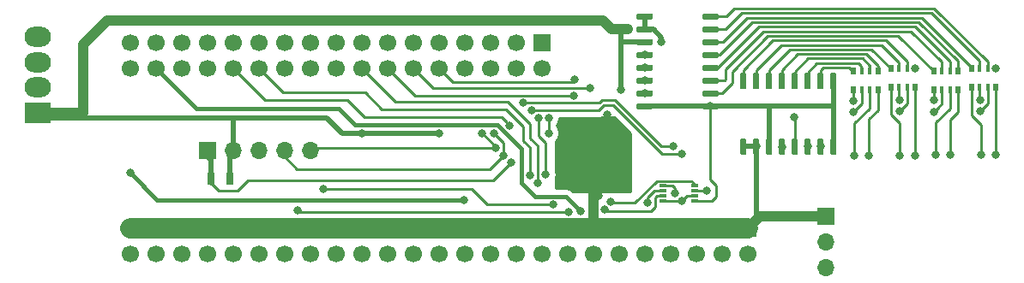
<source format=gbr>
G04 #@! TF.GenerationSoftware,KiCad,Pcbnew,(5.99.0-576-ga860ac506)*
G04 #@! TF.CreationDate,2021-04-05T12:44:30+02:00*
G04 #@! TF.ProjectId,50 pin to 34 pin Floppy Adapter,35302070-696e-4207-946f-203334207069,rev?*
G04 #@! TF.SameCoordinates,Original*
G04 #@! TF.FileFunction,Copper,L2,Bot*
G04 #@! TF.FilePolarity,Positive*
%FSLAX46Y46*%
G04 Gerber Fmt 4.6, Leading zero omitted, Abs format (unit mm)*
G04 Created by KiCad (PCBNEW (5.99.0-576-ga860ac506)) date 2021-04-05 12:44:30*
%MOMM*%
%LPD*%
G04 APERTURE LIST*
%ADD10R,2.600000X2.000000*%
%ADD11O,2.600000X2.000000*%
%ADD12R,0.800000X0.300000*%
%ADD13R,1.700000X1.700000*%
%ADD14C,1.700000*%
%ADD15O,1.700000X1.700000*%
%ADD16R,0.700000X1.300000*%
%ADD17R,0.500000X0.800000*%
%ADD18R,0.400000X0.800000*%
%ADD19C,0.800000*%
%ADD20C,0.250000*%
%ADD21C,0.400000*%
%ADD22C,1.000000*%
%ADD23C,0.500000*%
%ADD24C,2.000000*%
%ADD25C,0.254000*%
G04 APERTURE END LIST*
D10*
X23876000Y-30670500D03*
D11*
X23876000Y-28170500D03*
X23876000Y-25670500D03*
X23876000Y-23170500D03*
D12*
X85635500Y-39421500D03*
X85635500Y-38921500D03*
X85635500Y-38421500D03*
X85635500Y-37921500D03*
X88735500Y-37921500D03*
X88735500Y-38421500D03*
X88735500Y-38921500D03*
X88735500Y-39421500D03*
D13*
X93980000Y-42164000D03*
D14*
X93980000Y-44704000D03*
X91440000Y-42164000D03*
X91440000Y-44704000D03*
X88900000Y-42164000D03*
X88900000Y-44704000D03*
X86360000Y-42164000D03*
X86360000Y-44704000D03*
X83820000Y-42164000D03*
X83820000Y-44704000D03*
X81280000Y-42164000D03*
X81280000Y-44704000D03*
X78740000Y-42164000D03*
X78740000Y-44704000D03*
X76200000Y-42164000D03*
X76200000Y-44704000D03*
X73660000Y-42164000D03*
X73660000Y-44704000D03*
X71120000Y-42164000D03*
X71120000Y-44704000D03*
X68580000Y-42164000D03*
X68580000Y-44704000D03*
X66040000Y-42164000D03*
X66040000Y-44704000D03*
X63500000Y-42164000D03*
X63500000Y-44704000D03*
X60960000Y-42164000D03*
X60960000Y-44704000D03*
X58420000Y-42164000D03*
X58420000Y-44704000D03*
X55880000Y-42164000D03*
X55880000Y-44704000D03*
X53340000Y-42164000D03*
X53340000Y-44704000D03*
X50800000Y-42164000D03*
X50800000Y-44704000D03*
X48260000Y-42164000D03*
X48260000Y-44704000D03*
X45720000Y-42164000D03*
X45720000Y-44704000D03*
X43180000Y-42164000D03*
X43180000Y-44704000D03*
X40640000Y-42164000D03*
X40640000Y-44704000D03*
X38100000Y-42164000D03*
X38100000Y-44704000D03*
X35560000Y-42164000D03*
X35560000Y-44704000D03*
X33020000Y-42164000D03*
X33020000Y-44704000D03*
D13*
X40640000Y-34417000D03*
D15*
X43180000Y-34417000D03*
X45720000Y-34417000D03*
X48260000Y-34417000D03*
X50800000Y-34417000D03*
D16*
X40960000Y-37211000D03*
X42860000Y-37211000D03*
G04 #@! TA.AperFunction,SMDPad,CuDef*
G36*
X84515903Y-29746918D02*
G01*
X84564566Y-29779434D01*
X84597082Y-29828097D01*
X84608500Y-29885500D01*
X84608500Y-30185500D01*
X84597082Y-30242903D01*
X84564566Y-30291566D01*
X84515903Y-30324082D01*
X84458500Y-30335500D01*
X83158500Y-30335500D01*
X83101097Y-30324082D01*
X83052434Y-30291566D01*
X83019918Y-30242903D01*
X83008500Y-30185500D01*
X83008500Y-29885500D01*
X83019918Y-29828097D01*
X83052434Y-29779434D01*
X83101097Y-29746918D01*
X83158500Y-29735500D01*
X84458500Y-29735500D01*
X84515903Y-29746918D01*
G37*
G04 #@! TD.AperFunction*
G04 #@! TA.AperFunction,SMDPad,CuDef*
G36*
X84515903Y-28476918D02*
G01*
X84564566Y-28509434D01*
X84597082Y-28558097D01*
X84608500Y-28615500D01*
X84608500Y-28915500D01*
X84597082Y-28972903D01*
X84564566Y-29021566D01*
X84515903Y-29054082D01*
X84458500Y-29065500D01*
X83158500Y-29065500D01*
X83101097Y-29054082D01*
X83052434Y-29021566D01*
X83019918Y-28972903D01*
X83008500Y-28915500D01*
X83008500Y-28615500D01*
X83019918Y-28558097D01*
X83052434Y-28509434D01*
X83101097Y-28476918D01*
X83158500Y-28465500D01*
X84458500Y-28465500D01*
X84515903Y-28476918D01*
G37*
G04 #@! TD.AperFunction*
G04 #@! TA.AperFunction,SMDPad,CuDef*
G36*
X84515903Y-27206918D02*
G01*
X84564566Y-27239434D01*
X84597082Y-27288097D01*
X84608500Y-27345500D01*
X84608500Y-27645500D01*
X84597082Y-27702903D01*
X84564566Y-27751566D01*
X84515903Y-27784082D01*
X84458500Y-27795500D01*
X83158500Y-27795500D01*
X83101097Y-27784082D01*
X83052434Y-27751566D01*
X83019918Y-27702903D01*
X83008500Y-27645500D01*
X83008500Y-27345500D01*
X83019918Y-27288097D01*
X83052434Y-27239434D01*
X83101097Y-27206918D01*
X83158500Y-27195500D01*
X84458500Y-27195500D01*
X84515903Y-27206918D01*
G37*
G04 #@! TD.AperFunction*
G04 #@! TA.AperFunction,SMDPad,CuDef*
G36*
X84515903Y-25936918D02*
G01*
X84564566Y-25969434D01*
X84597082Y-26018097D01*
X84608500Y-26075500D01*
X84608500Y-26375500D01*
X84597082Y-26432903D01*
X84564566Y-26481566D01*
X84515903Y-26514082D01*
X84458500Y-26525500D01*
X83158500Y-26525500D01*
X83101097Y-26514082D01*
X83052434Y-26481566D01*
X83019918Y-26432903D01*
X83008500Y-26375500D01*
X83008500Y-26075500D01*
X83019918Y-26018097D01*
X83052434Y-25969434D01*
X83101097Y-25936918D01*
X83158500Y-25925500D01*
X84458500Y-25925500D01*
X84515903Y-25936918D01*
G37*
G04 #@! TD.AperFunction*
G04 #@! TA.AperFunction,SMDPad,CuDef*
G36*
X84515903Y-24666918D02*
G01*
X84564566Y-24699434D01*
X84597082Y-24748097D01*
X84608500Y-24805500D01*
X84608500Y-25105500D01*
X84597082Y-25162903D01*
X84564566Y-25211566D01*
X84515903Y-25244082D01*
X84458500Y-25255500D01*
X83158500Y-25255500D01*
X83101097Y-25244082D01*
X83052434Y-25211566D01*
X83019918Y-25162903D01*
X83008500Y-25105500D01*
X83008500Y-24805500D01*
X83019918Y-24748097D01*
X83052434Y-24699434D01*
X83101097Y-24666918D01*
X83158500Y-24655500D01*
X84458500Y-24655500D01*
X84515903Y-24666918D01*
G37*
G04 #@! TD.AperFunction*
G04 #@! TA.AperFunction,SMDPad,CuDef*
G36*
X84515903Y-23396918D02*
G01*
X84564566Y-23429434D01*
X84597082Y-23478097D01*
X84608500Y-23535500D01*
X84608500Y-23835500D01*
X84597082Y-23892903D01*
X84564566Y-23941566D01*
X84515903Y-23974082D01*
X84458500Y-23985500D01*
X83158500Y-23985500D01*
X83101097Y-23974082D01*
X83052434Y-23941566D01*
X83019918Y-23892903D01*
X83008500Y-23835500D01*
X83008500Y-23535500D01*
X83019918Y-23478097D01*
X83052434Y-23429434D01*
X83101097Y-23396918D01*
X83158500Y-23385500D01*
X84458500Y-23385500D01*
X84515903Y-23396918D01*
G37*
G04 #@! TD.AperFunction*
G04 #@! TA.AperFunction,SMDPad,CuDef*
G36*
X84515903Y-22126918D02*
G01*
X84564566Y-22159434D01*
X84597082Y-22208097D01*
X84608500Y-22265500D01*
X84608500Y-22565500D01*
X84597082Y-22622903D01*
X84564566Y-22671566D01*
X84515903Y-22704082D01*
X84458500Y-22715500D01*
X83158500Y-22715500D01*
X83101097Y-22704082D01*
X83052434Y-22671566D01*
X83019918Y-22622903D01*
X83008500Y-22565500D01*
X83008500Y-22265500D01*
X83019918Y-22208097D01*
X83052434Y-22159434D01*
X83101097Y-22126918D01*
X83158500Y-22115500D01*
X84458500Y-22115500D01*
X84515903Y-22126918D01*
G37*
G04 #@! TD.AperFunction*
G04 #@! TA.AperFunction,SMDPad,CuDef*
G36*
X84515903Y-20856918D02*
G01*
X84564566Y-20889434D01*
X84597082Y-20938097D01*
X84608500Y-20995500D01*
X84608500Y-21295500D01*
X84597082Y-21352903D01*
X84564566Y-21401566D01*
X84515903Y-21434082D01*
X84458500Y-21445500D01*
X83158500Y-21445500D01*
X83101097Y-21434082D01*
X83052434Y-21401566D01*
X83019918Y-21352903D01*
X83008500Y-21295500D01*
X83008500Y-20995500D01*
X83019918Y-20938097D01*
X83052434Y-20889434D01*
X83101097Y-20856918D01*
X83158500Y-20845500D01*
X84458500Y-20845500D01*
X84515903Y-20856918D01*
G37*
G04 #@! TD.AperFunction*
G04 #@! TA.AperFunction,SMDPad,CuDef*
G36*
X91015903Y-20856918D02*
G01*
X91064566Y-20889434D01*
X91097082Y-20938097D01*
X91108500Y-20995500D01*
X91108500Y-21295500D01*
X91097082Y-21352903D01*
X91064566Y-21401566D01*
X91015903Y-21434082D01*
X90958500Y-21445500D01*
X89658500Y-21445500D01*
X89601097Y-21434082D01*
X89552434Y-21401566D01*
X89519918Y-21352903D01*
X89508500Y-21295500D01*
X89508500Y-20995500D01*
X89519918Y-20938097D01*
X89552434Y-20889434D01*
X89601097Y-20856918D01*
X89658500Y-20845500D01*
X90958500Y-20845500D01*
X91015903Y-20856918D01*
G37*
G04 #@! TD.AperFunction*
G04 #@! TA.AperFunction,SMDPad,CuDef*
G36*
X91015903Y-22126918D02*
G01*
X91064566Y-22159434D01*
X91097082Y-22208097D01*
X91108500Y-22265500D01*
X91108500Y-22565500D01*
X91097082Y-22622903D01*
X91064566Y-22671566D01*
X91015903Y-22704082D01*
X90958500Y-22715500D01*
X89658500Y-22715500D01*
X89601097Y-22704082D01*
X89552434Y-22671566D01*
X89519918Y-22622903D01*
X89508500Y-22565500D01*
X89508500Y-22265500D01*
X89519918Y-22208097D01*
X89552434Y-22159434D01*
X89601097Y-22126918D01*
X89658500Y-22115500D01*
X90958500Y-22115500D01*
X91015903Y-22126918D01*
G37*
G04 #@! TD.AperFunction*
G04 #@! TA.AperFunction,SMDPad,CuDef*
G36*
X91015903Y-23396918D02*
G01*
X91064566Y-23429434D01*
X91097082Y-23478097D01*
X91108500Y-23535500D01*
X91108500Y-23835500D01*
X91097082Y-23892903D01*
X91064566Y-23941566D01*
X91015903Y-23974082D01*
X90958500Y-23985500D01*
X89658500Y-23985500D01*
X89601097Y-23974082D01*
X89552434Y-23941566D01*
X89519918Y-23892903D01*
X89508500Y-23835500D01*
X89508500Y-23535500D01*
X89519918Y-23478097D01*
X89552434Y-23429434D01*
X89601097Y-23396918D01*
X89658500Y-23385500D01*
X90958500Y-23385500D01*
X91015903Y-23396918D01*
G37*
G04 #@! TD.AperFunction*
G04 #@! TA.AperFunction,SMDPad,CuDef*
G36*
X91015903Y-24666918D02*
G01*
X91064566Y-24699434D01*
X91097082Y-24748097D01*
X91108500Y-24805500D01*
X91108500Y-25105500D01*
X91097082Y-25162903D01*
X91064566Y-25211566D01*
X91015903Y-25244082D01*
X90958500Y-25255500D01*
X89658500Y-25255500D01*
X89601097Y-25244082D01*
X89552434Y-25211566D01*
X89519918Y-25162903D01*
X89508500Y-25105500D01*
X89508500Y-24805500D01*
X89519918Y-24748097D01*
X89552434Y-24699434D01*
X89601097Y-24666918D01*
X89658500Y-24655500D01*
X90958500Y-24655500D01*
X91015903Y-24666918D01*
G37*
G04 #@! TD.AperFunction*
G04 #@! TA.AperFunction,SMDPad,CuDef*
G36*
X91015903Y-25936918D02*
G01*
X91064566Y-25969434D01*
X91097082Y-26018097D01*
X91108500Y-26075500D01*
X91108500Y-26375500D01*
X91097082Y-26432903D01*
X91064566Y-26481566D01*
X91015903Y-26514082D01*
X90958500Y-26525500D01*
X89658500Y-26525500D01*
X89601097Y-26514082D01*
X89552434Y-26481566D01*
X89519918Y-26432903D01*
X89508500Y-26375500D01*
X89508500Y-26075500D01*
X89519918Y-26018097D01*
X89552434Y-25969434D01*
X89601097Y-25936918D01*
X89658500Y-25925500D01*
X90958500Y-25925500D01*
X91015903Y-25936918D01*
G37*
G04 #@! TD.AperFunction*
G04 #@! TA.AperFunction,SMDPad,CuDef*
G36*
X91015903Y-27206918D02*
G01*
X91064566Y-27239434D01*
X91097082Y-27288097D01*
X91108500Y-27345500D01*
X91108500Y-27645500D01*
X91097082Y-27702903D01*
X91064566Y-27751566D01*
X91015903Y-27784082D01*
X90958500Y-27795500D01*
X89658500Y-27795500D01*
X89601097Y-27784082D01*
X89552434Y-27751566D01*
X89519918Y-27702903D01*
X89508500Y-27645500D01*
X89508500Y-27345500D01*
X89519918Y-27288097D01*
X89552434Y-27239434D01*
X89601097Y-27206918D01*
X89658500Y-27195500D01*
X90958500Y-27195500D01*
X91015903Y-27206918D01*
G37*
G04 #@! TD.AperFunction*
G04 #@! TA.AperFunction,SMDPad,CuDef*
G36*
X91015903Y-28476918D02*
G01*
X91064566Y-28509434D01*
X91097082Y-28558097D01*
X91108500Y-28615500D01*
X91108500Y-28915500D01*
X91097082Y-28972903D01*
X91064566Y-29021566D01*
X91015903Y-29054082D01*
X90958500Y-29065500D01*
X89658500Y-29065500D01*
X89601097Y-29054082D01*
X89552434Y-29021566D01*
X89519918Y-28972903D01*
X89508500Y-28915500D01*
X89508500Y-28615500D01*
X89519918Y-28558097D01*
X89552434Y-28509434D01*
X89601097Y-28476918D01*
X89658500Y-28465500D01*
X90958500Y-28465500D01*
X91015903Y-28476918D01*
G37*
G04 #@! TD.AperFunction*
G04 #@! TA.AperFunction,SMDPad,CuDef*
G36*
X91015903Y-29746918D02*
G01*
X91064566Y-29779434D01*
X91097082Y-29828097D01*
X91108500Y-29885500D01*
X91108500Y-30185500D01*
X91097082Y-30242903D01*
X91064566Y-30291566D01*
X91015903Y-30324082D01*
X90958500Y-30335500D01*
X89658500Y-30335500D01*
X89601097Y-30324082D01*
X89552434Y-30291566D01*
X89519918Y-30242903D01*
X89508500Y-30185500D01*
X89508500Y-29885500D01*
X89519918Y-29828097D01*
X89552434Y-29779434D01*
X89601097Y-29746918D01*
X89658500Y-29735500D01*
X90958500Y-29735500D01*
X91015903Y-29746918D01*
G37*
G04 #@! TD.AperFunction*
D17*
X112338000Y-26595500D03*
D18*
X113938000Y-26595500D03*
X113138000Y-26595500D03*
D17*
X114738000Y-26595500D03*
D18*
X113138000Y-28395500D03*
D17*
X112338000Y-28395500D03*
D18*
X113938000Y-28395500D03*
D17*
X114738000Y-28395500D03*
X116084500Y-26341500D03*
D18*
X117684500Y-26341500D03*
X116884500Y-26341500D03*
D17*
X118484500Y-26341500D03*
D18*
X116884500Y-28141500D03*
D17*
X116084500Y-28141500D03*
D18*
X117684500Y-28141500D03*
D17*
X118484500Y-28141500D03*
G04 #@! TA.AperFunction,SMDPad,CuDef*
G36*
X102632903Y-26758918D02*
G01*
X102681566Y-26791434D01*
X102714082Y-26840097D01*
X102725500Y-26897500D01*
X102725500Y-28197500D01*
X102714082Y-28254903D01*
X102681566Y-28303566D01*
X102632903Y-28336082D01*
X102575500Y-28347500D01*
X102275500Y-28347500D01*
X102218097Y-28336082D01*
X102169434Y-28303566D01*
X102136918Y-28254903D01*
X102125500Y-28197500D01*
X102125500Y-26897500D01*
X102136918Y-26840097D01*
X102169434Y-26791434D01*
X102218097Y-26758918D01*
X102275500Y-26747500D01*
X102575500Y-26747500D01*
X102632903Y-26758918D01*
G37*
G04 #@! TD.AperFunction*
G04 #@! TA.AperFunction,SMDPad,CuDef*
G36*
X101362903Y-26758918D02*
G01*
X101411566Y-26791434D01*
X101444082Y-26840097D01*
X101455500Y-26897500D01*
X101455500Y-28197500D01*
X101444082Y-28254903D01*
X101411566Y-28303566D01*
X101362903Y-28336082D01*
X101305500Y-28347500D01*
X101005500Y-28347500D01*
X100948097Y-28336082D01*
X100899434Y-28303566D01*
X100866918Y-28254903D01*
X100855500Y-28197500D01*
X100855500Y-26897500D01*
X100866918Y-26840097D01*
X100899434Y-26791434D01*
X100948097Y-26758918D01*
X101005500Y-26747500D01*
X101305500Y-26747500D01*
X101362903Y-26758918D01*
G37*
G04 #@! TD.AperFunction*
G04 #@! TA.AperFunction,SMDPad,CuDef*
G36*
X100092903Y-26758918D02*
G01*
X100141566Y-26791434D01*
X100174082Y-26840097D01*
X100185500Y-26897500D01*
X100185500Y-28197500D01*
X100174082Y-28254903D01*
X100141566Y-28303566D01*
X100092903Y-28336082D01*
X100035500Y-28347500D01*
X99735500Y-28347500D01*
X99678097Y-28336082D01*
X99629434Y-28303566D01*
X99596918Y-28254903D01*
X99585500Y-28197500D01*
X99585500Y-26897500D01*
X99596918Y-26840097D01*
X99629434Y-26791434D01*
X99678097Y-26758918D01*
X99735500Y-26747500D01*
X100035500Y-26747500D01*
X100092903Y-26758918D01*
G37*
G04 #@! TD.AperFunction*
G04 #@! TA.AperFunction,SMDPad,CuDef*
G36*
X98822903Y-26758918D02*
G01*
X98871566Y-26791434D01*
X98904082Y-26840097D01*
X98915500Y-26897500D01*
X98915500Y-28197500D01*
X98904082Y-28254903D01*
X98871566Y-28303566D01*
X98822903Y-28336082D01*
X98765500Y-28347500D01*
X98465500Y-28347500D01*
X98408097Y-28336082D01*
X98359434Y-28303566D01*
X98326918Y-28254903D01*
X98315500Y-28197500D01*
X98315500Y-26897500D01*
X98326918Y-26840097D01*
X98359434Y-26791434D01*
X98408097Y-26758918D01*
X98465500Y-26747500D01*
X98765500Y-26747500D01*
X98822903Y-26758918D01*
G37*
G04 #@! TD.AperFunction*
G04 #@! TA.AperFunction,SMDPad,CuDef*
G36*
X97552903Y-26758918D02*
G01*
X97601566Y-26791434D01*
X97634082Y-26840097D01*
X97645500Y-26897500D01*
X97645500Y-28197500D01*
X97634082Y-28254903D01*
X97601566Y-28303566D01*
X97552903Y-28336082D01*
X97495500Y-28347500D01*
X97195500Y-28347500D01*
X97138097Y-28336082D01*
X97089434Y-28303566D01*
X97056918Y-28254903D01*
X97045500Y-28197500D01*
X97045500Y-26897500D01*
X97056918Y-26840097D01*
X97089434Y-26791434D01*
X97138097Y-26758918D01*
X97195500Y-26747500D01*
X97495500Y-26747500D01*
X97552903Y-26758918D01*
G37*
G04 #@! TD.AperFunction*
G04 #@! TA.AperFunction,SMDPad,CuDef*
G36*
X96282903Y-26758918D02*
G01*
X96331566Y-26791434D01*
X96364082Y-26840097D01*
X96375500Y-26897500D01*
X96375500Y-28197500D01*
X96364082Y-28254903D01*
X96331566Y-28303566D01*
X96282903Y-28336082D01*
X96225500Y-28347500D01*
X95925500Y-28347500D01*
X95868097Y-28336082D01*
X95819434Y-28303566D01*
X95786918Y-28254903D01*
X95775500Y-28197500D01*
X95775500Y-26897500D01*
X95786918Y-26840097D01*
X95819434Y-26791434D01*
X95868097Y-26758918D01*
X95925500Y-26747500D01*
X96225500Y-26747500D01*
X96282903Y-26758918D01*
G37*
G04 #@! TD.AperFunction*
G04 #@! TA.AperFunction,SMDPad,CuDef*
G36*
X95012903Y-26758918D02*
G01*
X95061566Y-26791434D01*
X95094082Y-26840097D01*
X95105500Y-26897500D01*
X95105500Y-28197500D01*
X95094082Y-28254903D01*
X95061566Y-28303566D01*
X95012903Y-28336082D01*
X94955500Y-28347500D01*
X94655500Y-28347500D01*
X94598097Y-28336082D01*
X94549434Y-28303566D01*
X94516918Y-28254903D01*
X94505500Y-28197500D01*
X94505500Y-26897500D01*
X94516918Y-26840097D01*
X94549434Y-26791434D01*
X94598097Y-26758918D01*
X94655500Y-26747500D01*
X94955500Y-26747500D01*
X95012903Y-26758918D01*
G37*
G04 #@! TD.AperFunction*
G04 #@! TA.AperFunction,SMDPad,CuDef*
G36*
X93742903Y-26758918D02*
G01*
X93791566Y-26791434D01*
X93824082Y-26840097D01*
X93835500Y-26897500D01*
X93835500Y-28197500D01*
X93824082Y-28254903D01*
X93791566Y-28303566D01*
X93742903Y-28336082D01*
X93685500Y-28347500D01*
X93385500Y-28347500D01*
X93328097Y-28336082D01*
X93279434Y-28303566D01*
X93246918Y-28254903D01*
X93235500Y-28197500D01*
X93235500Y-26897500D01*
X93246918Y-26840097D01*
X93279434Y-26791434D01*
X93328097Y-26758918D01*
X93385500Y-26747500D01*
X93685500Y-26747500D01*
X93742903Y-26758918D01*
G37*
G04 #@! TD.AperFunction*
G04 #@! TA.AperFunction,SMDPad,CuDef*
G36*
X93742903Y-33258918D02*
G01*
X93791566Y-33291434D01*
X93824082Y-33340097D01*
X93835500Y-33397500D01*
X93835500Y-34697500D01*
X93824082Y-34754903D01*
X93791566Y-34803566D01*
X93742903Y-34836082D01*
X93685500Y-34847500D01*
X93385500Y-34847500D01*
X93328097Y-34836082D01*
X93279434Y-34803566D01*
X93246918Y-34754903D01*
X93235500Y-34697500D01*
X93235500Y-33397500D01*
X93246918Y-33340097D01*
X93279434Y-33291434D01*
X93328097Y-33258918D01*
X93385500Y-33247500D01*
X93685500Y-33247500D01*
X93742903Y-33258918D01*
G37*
G04 #@! TD.AperFunction*
G04 #@! TA.AperFunction,SMDPad,CuDef*
G36*
X95012903Y-33258918D02*
G01*
X95061566Y-33291434D01*
X95094082Y-33340097D01*
X95105500Y-33397500D01*
X95105500Y-34697500D01*
X95094082Y-34754903D01*
X95061566Y-34803566D01*
X95012903Y-34836082D01*
X94955500Y-34847500D01*
X94655500Y-34847500D01*
X94598097Y-34836082D01*
X94549434Y-34803566D01*
X94516918Y-34754903D01*
X94505500Y-34697500D01*
X94505500Y-33397500D01*
X94516918Y-33340097D01*
X94549434Y-33291434D01*
X94598097Y-33258918D01*
X94655500Y-33247500D01*
X94955500Y-33247500D01*
X95012903Y-33258918D01*
G37*
G04 #@! TD.AperFunction*
G04 #@! TA.AperFunction,SMDPad,CuDef*
G36*
X96282903Y-33258918D02*
G01*
X96331566Y-33291434D01*
X96364082Y-33340097D01*
X96375500Y-33397500D01*
X96375500Y-34697500D01*
X96364082Y-34754903D01*
X96331566Y-34803566D01*
X96282903Y-34836082D01*
X96225500Y-34847500D01*
X95925500Y-34847500D01*
X95868097Y-34836082D01*
X95819434Y-34803566D01*
X95786918Y-34754903D01*
X95775500Y-34697500D01*
X95775500Y-33397500D01*
X95786918Y-33340097D01*
X95819434Y-33291434D01*
X95868097Y-33258918D01*
X95925500Y-33247500D01*
X96225500Y-33247500D01*
X96282903Y-33258918D01*
G37*
G04 #@! TD.AperFunction*
G04 #@! TA.AperFunction,SMDPad,CuDef*
G36*
X97552903Y-33258918D02*
G01*
X97601566Y-33291434D01*
X97634082Y-33340097D01*
X97645500Y-33397500D01*
X97645500Y-34697500D01*
X97634082Y-34754903D01*
X97601566Y-34803566D01*
X97552903Y-34836082D01*
X97495500Y-34847500D01*
X97195500Y-34847500D01*
X97138097Y-34836082D01*
X97089434Y-34803566D01*
X97056918Y-34754903D01*
X97045500Y-34697500D01*
X97045500Y-33397500D01*
X97056918Y-33340097D01*
X97089434Y-33291434D01*
X97138097Y-33258918D01*
X97195500Y-33247500D01*
X97495500Y-33247500D01*
X97552903Y-33258918D01*
G37*
G04 #@! TD.AperFunction*
G04 #@! TA.AperFunction,SMDPad,CuDef*
G36*
X98822903Y-33258918D02*
G01*
X98871566Y-33291434D01*
X98904082Y-33340097D01*
X98915500Y-33397500D01*
X98915500Y-34697500D01*
X98904082Y-34754903D01*
X98871566Y-34803566D01*
X98822903Y-34836082D01*
X98765500Y-34847500D01*
X98465500Y-34847500D01*
X98408097Y-34836082D01*
X98359434Y-34803566D01*
X98326918Y-34754903D01*
X98315500Y-34697500D01*
X98315500Y-33397500D01*
X98326918Y-33340097D01*
X98359434Y-33291434D01*
X98408097Y-33258918D01*
X98465500Y-33247500D01*
X98765500Y-33247500D01*
X98822903Y-33258918D01*
G37*
G04 #@! TD.AperFunction*
G04 #@! TA.AperFunction,SMDPad,CuDef*
G36*
X100092903Y-33258918D02*
G01*
X100141566Y-33291434D01*
X100174082Y-33340097D01*
X100185500Y-33397500D01*
X100185500Y-34697500D01*
X100174082Y-34754903D01*
X100141566Y-34803566D01*
X100092903Y-34836082D01*
X100035500Y-34847500D01*
X99735500Y-34847500D01*
X99678097Y-34836082D01*
X99629434Y-34803566D01*
X99596918Y-34754903D01*
X99585500Y-34697500D01*
X99585500Y-33397500D01*
X99596918Y-33340097D01*
X99629434Y-33291434D01*
X99678097Y-33258918D01*
X99735500Y-33247500D01*
X100035500Y-33247500D01*
X100092903Y-33258918D01*
G37*
G04 #@! TD.AperFunction*
G04 #@! TA.AperFunction,SMDPad,CuDef*
G36*
X101362903Y-33258918D02*
G01*
X101411566Y-33291434D01*
X101444082Y-33340097D01*
X101455500Y-33397500D01*
X101455500Y-34697500D01*
X101444082Y-34754903D01*
X101411566Y-34803566D01*
X101362903Y-34836082D01*
X101305500Y-34847500D01*
X101005500Y-34847500D01*
X100948097Y-34836082D01*
X100899434Y-34803566D01*
X100866918Y-34754903D01*
X100855500Y-34697500D01*
X100855500Y-33397500D01*
X100866918Y-33340097D01*
X100899434Y-33291434D01*
X100948097Y-33258918D01*
X101005500Y-33247500D01*
X101305500Y-33247500D01*
X101362903Y-33258918D01*
G37*
G04 #@! TD.AperFunction*
G04 #@! TA.AperFunction,SMDPad,CuDef*
G36*
X102632903Y-33258918D02*
G01*
X102681566Y-33291434D01*
X102714082Y-33340097D01*
X102725500Y-33397500D01*
X102725500Y-34697500D01*
X102714082Y-34754903D01*
X102681566Y-34803566D01*
X102632903Y-34836082D01*
X102575500Y-34847500D01*
X102275500Y-34847500D01*
X102218097Y-34836082D01*
X102169434Y-34803566D01*
X102136918Y-34754903D01*
X102125500Y-34697500D01*
X102125500Y-33397500D01*
X102136918Y-33340097D01*
X102169434Y-33291434D01*
X102218097Y-33258918D01*
X102275500Y-33247500D01*
X102575500Y-33247500D01*
X102632903Y-33258918D01*
G37*
G04 #@! TD.AperFunction*
X106825500Y-28395500D03*
D18*
X106025500Y-28395500D03*
D17*
X104425500Y-28395500D03*
D18*
X105225500Y-28395500D03*
D17*
X106825500Y-26595500D03*
D18*
X105225500Y-26595500D03*
X106025500Y-26595500D03*
D17*
X104425500Y-26595500D03*
X108134000Y-26341500D03*
D18*
X109734000Y-26341500D03*
X108934000Y-26341500D03*
D17*
X110534000Y-26341500D03*
D18*
X108934000Y-28141500D03*
D17*
X108134000Y-28141500D03*
D18*
X109734000Y-28141500D03*
D17*
X110534000Y-28141500D03*
D14*
X33020000Y-26290000D03*
X33020000Y-23750000D03*
X35560000Y-26290000D03*
X35560000Y-23750000D03*
X38100000Y-26290000D03*
X38100000Y-23750000D03*
X40640000Y-26290000D03*
X40640000Y-23750000D03*
X43180000Y-26290000D03*
X43180000Y-23750000D03*
X45720000Y-26290000D03*
X45720000Y-23750000D03*
X48260000Y-26290000D03*
X48260000Y-23750000D03*
X50800000Y-26290000D03*
X50800000Y-23750000D03*
X53340000Y-26290000D03*
X53340000Y-23750000D03*
X55880000Y-26290000D03*
X55880000Y-23750000D03*
X58420000Y-26290000D03*
X58420000Y-23750000D03*
X60960000Y-26290000D03*
X60960000Y-23750000D03*
X63500000Y-26290000D03*
X63500000Y-23750000D03*
X66040000Y-26290000D03*
X66040000Y-23750000D03*
X68580000Y-26290000D03*
X68580000Y-23750000D03*
X71120000Y-26290000D03*
X71120000Y-23750000D03*
X73660000Y-26290000D03*
D13*
X73660000Y-23750000D03*
D15*
X101663500Y-46037500D03*
X101663500Y-43497500D03*
D13*
X101663500Y-40957500D03*
D19*
X87506346Y-39430154D03*
X74358500Y-31205010D03*
X73351870Y-31205010D03*
X72626860Y-30480000D03*
X101155500Y-34036000D03*
X99885500Y-34036000D03*
X70485000Y-31940500D03*
X65976500Y-39306500D03*
X74803000Y-39787990D03*
X116903500Y-30543500D03*
X116903500Y-29400500D03*
X112331500Y-30607000D03*
X112337986Y-29464000D03*
X108966000Y-29427590D03*
X108966000Y-30543500D03*
X104425500Y-30607000D03*
X104425462Y-29527500D03*
X74041000Y-36799750D03*
X69088000Y-34189510D03*
X70612000Y-35623500D03*
X69850000Y-34925000D03*
X74358500Y-32702500D03*
X71818500Y-29718000D03*
X73215500Y-37655500D03*
X72453500Y-36893500D03*
X68897500Y-32702500D03*
X67754500Y-32702500D03*
X89916000Y-38417500D03*
X49530000Y-40360510D03*
X76769755Y-28982500D03*
X63500000Y-32702500D03*
X55880000Y-32702500D03*
X76898500Y-27432000D03*
X78422500Y-28257500D03*
X81474998Y-28443177D03*
X90297000Y-30035500D03*
X98597376Y-31135510D03*
X52070000Y-38200490D03*
X79284990Y-38940149D03*
X87439500Y-34798000D03*
X86614000Y-34036000D03*
X84103709Y-39623680D03*
X86781345Y-38685335D03*
X80454500Y-39497000D03*
X79863431Y-40303636D03*
X76263500Y-40513000D03*
X80518000Y-22415500D03*
X80091760Y-30897405D03*
X118484502Y-26278000D03*
X110534002Y-26341500D03*
X104514500Y-34952000D03*
X105975000Y-34952000D03*
X109023000Y-34952000D03*
X110483500Y-34952000D03*
X113976000Y-34888500D03*
X112579000Y-34888500D03*
X117024000Y-34888500D03*
X118484500Y-34888500D03*
X83820000Y-28765500D03*
X83820000Y-27495500D03*
X83820000Y-26225500D03*
X83820000Y-24955500D03*
X97345500Y-34099500D03*
X82105500Y-22415500D03*
X94805500Y-34036000D03*
X77470000Y-40449500D03*
X85471000Y-23685500D03*
X33020000Y-36639500D03*
D20*
X85635500Y-39421500D02*
X87497692Y-39421500D01*
X87497692Y-39421500D02*
X87506346Y-39430154D01*
X88735500Y-38921500D02*
X88015000Y-38921500D01*
X87906345Y-39030155D02*
X87506346Y-39430154D01*
X88015000Y-38921500D02*
X87906345Y-39030155D01*
X87439500Y-34798000D02*
X85531680Y-34798000D01*
X73192545Y-30480000D02*
X72626860Y-30480000D01*
X74358500Y-32702500D02*
X74358500Y-31205010D01*
X73351870Y-32965870D02*
X73351870Y-31770695D01*
X74041000Y-36799750D02*
X74041000Y-33655000D01*
X79756000Y-29972000D02*
X79248000Y-30480000D01*
X73351870Y-31770695D02*
X73351870Y-31205010D01*
X85531680Y-34798000D02*
X80705680Y-29972000D01*
X74041000Y-33655000D02*
X73351870Y-32965870D01*
X80705680Y-29972000D02*
X79756000Y-29972000D01*
X79248000Y-30480000D02*
X73192545Y-30480000D01*
X101155500Y-34047500D02*
X101155500Y-34036000D01*
X99885500Y-34047500D02*
X99885500Y-34036000D01*
X84391500Y-40449500D02*
X80009295Y-40449500D01*
X84828710Y-40012290D02*
X84391500Y-40449500D01*
X85635500Y-38921500D02*
X85000498Y-38921500D01*
X84828710Y-39093288D02*
X84828710Y-40012290D01*
X85000498Y-38921500D02*
X84828710Y-39093288D01*
X80009295Y-40449500D02*
X79863431Y-40303636D01*
X43180000Y-26290000D02*
X46354000Y-29464000D01*
X46354000Y-29464000D02*
X54483000Y-29464000D01*
X69708661Y-31164161D02*
X70085001Y-31540501D01*
X70085001Y-31540501D02*
X70485000Y-31940500D01*
X56183161Y-31164161D02*
X69708661Y-31164161D01*
X54483000Y-29464000D02*
X56183161Y-31164161D01*
D21*
X35687000Y-39306500D02*
X65410815Y-39306500D01*
X33020000Y-36639500D02*
X35687000Y-39306500D01*
X65410815Y-39306500D02*
X65976500Y-39306500D01*
D20*
X66711990Y-38200490D02*
X68299490Y-39787990D01*
X52070000Y-38200490D02*
X66711990Y-38200490D01*
X68299490Y-39787990D02*
X74237315Y-39787990D01*
D21*
X39560500Y-30289500D02*
X53594000Y-30289500D01*
X71628000Y-34226500D02*
X71628000Y-37655500D01*
X35560000Y-26289000D02*
X39560500Y-30289500D01*
X53594000Y-30289500D02*
X55181500Y-31877000D01*
X76008488Y-38987988D02*
X77070001Y-40049501D01*
X71628000Y-37655500D02*
X72960488Y-38987988D01*
X77070001Y-40049501D02*
X77470000Y-40449500D01*
D20*
X74237315Y-39787990D02*
X74803000Y-39787990D01*
D21*
X55181500Y-31877000D02*
X69278500Y-31877000D01*
X69278500Y-31877000D02*
X71628000Y-34226500D01*
X72960488Y-38987988D02*
X76008488Y-38987988D01*
D20*
X76263500Y-40513000D02*
X49682490Y-40513000D01*
X49682490Y-40513000D02*
X49530000Y-40360510D01*
X70104000Y-30353000D02*
X71818500Y-32067500D01*
X72453500Y-36327815D02*
X72453500Y-36893500D01*
X57848500Y-30353000D02*
X70104000Y-30353000D01*
X45720000Y-26290000D02*
X48132000Y-28702000D01*
X56197500Y-28702000D02*
X57848500Y-30353000D01*
X48132000Y-28702000D02*
X56197500Y-28702000D01*
X71818500Y-32067500D02*
X71818500Y-33464500D01*
X71818500Y-33464500D02*
X72453500Y-34099500D01*
X72453500Y-34099500D02*
X72453500Y-36327815D01*
X72517000Y-33210500D02*
X73215500Y-33909000D01*
X72517000Y-31813500D02*
X72517000Y-33210500D01*
X70294500Y-29591000D02*
X72517000Y-31813500D01*
X55880000Y-26290000D02*
X59181000Y-29591000D01*
X59181000Y-29591000D02*
X70294500Y-29591000D01*
X73215500Y-33909000D02*
X73215500Y-37089815D01*
X73215500Y-37089815D02*
X73215500Y-37655500D01*
D22*
X28384500Y-30734000D02*
X28384500Y-23939500D01*
X23876000Y-30734000D02*
X28384500Y-30734000D01*
X28384500Y-23939500D02*
X30734000Y-21590000D01*
X30734000Y-21590000D02*
X79692500Y-21590000D01*
X79692500Y-21590000D02*
X80518000Y-22415500D01*
D20*
X116084500Y-30931000D02*
X117024000Y-31870500D01*
X116084500Y-28141500D02*
X116084500Y-30931000D01*
X117024000Y-31870500D02*
X117024000Y-34888500D01*
X117684500Y-29762500D02*
X116903500Y-30543500D01*
X117684500Y-28141500D02*
X117684500Y-29762500D01*
X116884500Y-28141500D02*
X116884500Y-29381500D01*
X116884500Y-29381500D02*
X116903500Y-29400500D01*
X108134000Y-30854500D02*
X109023000Y-31743500D01*
X108134000Y-28141500D02*
X108134000Y-30854500D01*
X109023000Y-31743500D02*
X109023000Y-34952000D01*
X114738000Y-30613500D02*
X113976000Y-31375500D01*
X114738000Y-28395500D02*
X114738000Y-30613500D01*
X113976000Y-31375500D02*
X113976000Y-34888500D01*
X112579000Y-31629500D02*
X113938000Y-30270500D01*
X113938000Y-30270500D02*
X113938000Y-29737000D01*
X112579000Y-34888500D02*
X112579000Y-31629500D01*
X113938000Y-29737000D02*
X113938000Y-28395500D01*
X113138000Y-29800500D02*
X112776000Y-30162500D01*
X113138000Y-28395500D02*
X113138000Y-29800500D01*
X112776000Y-30162500D02*
X112331500Y-30607000D01*
X112338000Y-28395500D02*
X112338000Y-29463986D01*
X112338000Y-29463986D02*
X112337986Y-29464000D01*
X108934000Y-28141500D02*
X108934000Y-29395590D01*
X108934000Y-29395590D02*
X108966000Y-29427590D01*
X109734000Y-29775500D02*
X108966000Y-30543500D01*
X109734000Y-28141500D02*
X109734000Y-29775500D01*
X106825500Y-30461500D02*
X105975000Y-31312000D01*
X106825500Y-28395500D02*
X106825500Y-30461500D01*
X105975000Y-31312000D02*
X105975000Y-34952000D01*
X106025500Y-30245500D02*
X104514500Y-31756500D01*
X106025500Y-28395500D02*
X106025500Y-30245500D01*
X104514500Y-31756500D02*
X104514500Y-34952000D01*
X105225500Y-29807000D02*
X104425500Y-30607000D01*
X105225500Y-28395500D02*
X105225500Y-29807000D01*
X104425500Y-28395500D02*
X104425500Y-29527462D01*
X104425500Y-29527462D02*
X104425462Y-29527500D01*
X118484500Y-28141500D02*
X118484500Y-31178703D01*
X118484500Y-31178703D02*
X118484500Y-31328703D01*
X110534000Y-28141500D02*
X110534000Y-34901500D01*
X110534000Y-34901500D02*
X110483500Y-34952000D01*
X67754500Y-32702500D02*
X69088000Y-34036000D01*
X68522315Y-34189510D02*
X69088000Y-34189510D01*
X51090990Y-34189510D02*
X68522315Y-34189510D01*
X50800000Y-34480500D02*
X51090990Y-34189510D01*
X69088000Y-34036000D02*
X69088000Y-34189510D01*
X44640500Y-37401500D02*
X68834000Y-37401500D01*
X43614012Y-38427988D02*
X44640500Y-37401500D01*
X68834000Y-37401500D02*
X70212001Y-36023499D01*
X70212001Y-36023499D02*
X70612000Y-35623500D01*
X41729988Y-38427988D02*
X43614012Y-38427988D01*
X40957500Y-37655500D02*
X41729988Y-38427988D01*
X48260000Y-35052000D02*
X49466500Y-36258500D01*
X69850000Y-33655000D02*
X69850000Y-34925000D01*
X68516500Y-36258500D02*
X69450001Y-35324999D01*
X69450001Y-35324999D02*
X69850000Y-34925000D01*
X49466500Y-36258500D02*
X68516500Y-36258500D01*
X68897500Y-32702500D02*
X69850000Y-33655000D01*
X80834090Y-29464000D02*
X79565500Y-29464000D01*
X79311500Y-29718000D02*
X72384185Y-29718000D01*
X72384185Y-29718000D02*
X71818500Y-29718000D01*
X86614000Y-34036000D02*
X85406090Y-34036000D01*
X79565500Y-29464000D02*
X79311500Y-29718000D01*
X85406090Y-34036000D02*
X80834090Y-29464000D01*
X82861002Y-39624000D02*
X85038503Y-37446499D01*
X85038503Y-37446499D02*
X88436999Y-37446499D01*
X80454500Y-39497000D02*
X80581500Y-39624000D01*
X88436999Y-37446499D02*
X88735500Y-37745000D01*
X80581500Y-39624000D02*
X82861002Y-39624000D01*
X88735500Y-37745000D02*
X88735500Y-37921500D01*
X90424000Y-39433500D02*
X90868500Y-38989000D01*
X90868500Y-38989000D02*
X90868500Y-37909500D01*
X90868500Y-37909500D02*
X90297000Y-37338000D01*
X88709500Y-39433500D02*
X90424000Y-39433500D01*
X90297000Y-37338000D02*
X90297000Y-30035500D01*
X88773000Y-38417500D02*
X89916000Y-38417500D01*
X64896000Y-27686000D02*
X76644500Y-27686000D01*
X63500000Y-26290000D02*
X64896000Y-27686000D01*
X76644500Y-27686000D02*
X76898500Y-27432000D01*
X61112500Y-28982500D02*
X76769755Y-28982500D01*
X58420000Y-26290000D02*
X61112500Y-28982500D01*
D23*
X55880000Y-32702500D02*
X63500000Y-32702500D01*
X52451000Y-31178500D02*
X53975000Y-32702500D01*
X43180000Y-31178500D02*
X52451000Y-31178500D01*
X55314315Y-32702500D02*
X55880000Y-32702500D01*
X53975000Y-32702500D02*
X55314315Y-32702500D01*
D20*
X62927500Y-28257500D02*
X77856815Y-28257500D01*
X77856815Y-28257500D02*
X78422500Y-28257500D01*
X60960000Y-26290000D02*
X62927500Y-28257500D01*
D23*
X81601998Y-23685500D02*
X81474998Y-23812500D01*
X83808500Y-23685500D02*
X81601998Y-23685500D01*
X81474998Y-23812500D02*
X81474998Y-28443177D01*
X90297000Y-30035500D02*
X90308500Y-30035500D01*
X90297000Y-30035500D02*
X96329500Y-30035500D01*
X102425500Y-30035500D02*
X102425500Y-34099500D01*
X96329500Y-30035500D02*
X102425500Y-30035500D01*
X102425500Y-27547500D02*
X102425500Y-30035500D01*
D20*
X98615500Y-34047500D02*
X98615500Y-31153634D01*
X98615500Y-31153634D02*
X98597376Y-31135510D01*
D23*
X93980000Y-42164000D02*
X94805500Y-41338500D01*
X94805500Y-41338500D02*
X94805500Y-34036000D01*
X83947000Y-22415500D02*
X84645500Y-22415500D01*
X83820000Y-22288500D02*
X83947000Y-22415500D01*
X83808500Y-21145500D02*
X83820000Y-21157000D01*
X84645500Y-22415500D02*
X85471000Y-23241000D01*
X83820000Y-21157000D02*
X83820000Y-22288500D01*
X85471000Y-23241000D02*
X85471000Y-23685500D01*
D22*
X80518000Y-22415500D02*
X80962500Y-22415500D01*
D23*
X81470500Y-22556980D02*
X81470500Y-23861520D01*
X81509490Y-22517990D02*
X81470500Y-22556980D01*
X79109139Y-39116000D02*
X79284990Y-38940149D01*
X79084000Y-39116000D02*
X79109139Y-39116000D01*
D20*
X84740204Y-38421500D02*
X84103709Y-39057995D01*
X85635500Y-38421500D02*
X84740204Y-38421500D01*
X84103709Y-39057995D02*
X84103709Y-39623680D01*
X86583195Y-37921500D02*
X86781345Y-38119650D01*
X85635500Y-37921500D02*
X86583195Y-37921500D01*
X86781345Y-38119650D02*
X86781345Y-38685335D01*
D22*
X78740000Y-40703500D02*
X78740000Y-38989000D01*
X78740000Y-38989000D02*
X78740000Y-33528000D01*
X78740000Y-42164000D02*
X78740000Y-40703500D01*
D23*
X37338000Y-31178500D02*
X43180000Y-31178500D01*
X24320500Y-31178500D02*
X37338000Y-31178500D01*
X78740000Y-33528000D02*
X80091760Y-32176240D01*
X80091760Y-32176240D02*
X80091760Y-31463090D01*
X80091760Y-31463090D02*
X80091760Y-30897405D01*
D20*
X81407000Y-22415500D02*
X81509490Y-22517990D01*
X80962500Y-22415500D02*
X81407000Y-22415500D01*
D22*
X80962500Y-22415500D02*
X82105500Y-22415500D01*
D20*
X105300110Y-25328110D02*
X106013000Y-26041000D01*
X106013000Y-26041000D02*
X106013000Y-26595500D01*
X105650099Y-24878099D02*
X106827000Y-26055000D01*
X106827000Y-26055000D02*
X106827000Y-26595500D01*
X106226588Y-24428088D02*
X108134000Y-26335500D01*
X107226577Y-23978077D02*
X108934000Y-25685500D01*
X108934000Y-25685500D02*
X108934000Y-26335500D01*
X107632066Y-23528066D02*
X109734000Y-25630000D01*
X109734000Y-25630000D02*
X109734000Y-26335500D01*
X110861022Y-21728022D02*
X114712500Y-25579500D01*
X114712500Y-25579500D02*
X114712500Y-26659000D01*
X111171011Y-21278011D02*
X116084500Y-26191500D01*
X116084500Y-26191500D02*
X116084500Y-26341500D01*
X112120000Y-20828000D02*
X116871500Y-25579500D01*
X116871500Y-25579500D02*
X116871500Y-26341500D01*
X117684500Y-25630500D02*
X112404010Y-20350010D01*
X117684500Y-26341500D02*
X117684500Y-25630500D01*
X105187500Y-26019750D02*
X105187500Y-26595500D01*
X104945871Y-25778121D02*
X105187500Y-26019750D01*
X103994632Y-26228132D02*
X104362000Y-26595500D01*
X118484500Y-34888500D02*
X118484500Y-34322815D01*
X118484500Y-34322815D02*
X118484500Y-31269000D01*
X118484500Y-26277998D02*
X118484502Y-26278000D01*
X118484500Y-26267203D02*
X118484500Y-26277998D01*
X110534000Y-26341498D02*
X110534002Y-26341500D01*
X110534000Y-26335500D02*
X110534000Y-26341498D01*
D24*
X33020000Y-42164000D02*
X34222081Y-42164000D01*
X34222081Y-42164000D02*
X35560000Y-42164000D01*
X35560000Y-42164000D02*
X36762081Y-42164000D01*
X36762081Y-42164000D02*
X38100000Y-42164000D01*
X38100000Y-42164000D02*
X40640000Y-42164000D01*
X40640000Y-42164000D02*
X43180000Y-42164000D01*
X43180000Y-42164000D02*
X44382081Y-42164000D01*
X44382081Y-42164000D02*
X45720000Y-42164000D01*
X45720000Y-42164000D02*
X46922081Y-42164000D01*
X46922081Y-42164000D02*
X48260000Y-42164000D01*
X48260000Y-42164000D02*
X49462081Y-42164000D01*
X49462081Y-42164000D02*
X50800000Y-42164000D01*
X50800000Y-42164000D02*
X52002081Y-42164000D01*
X52002081Y-42164000D02*
X53340000Y-42164000D01*
X53340000Y-42164000D02*
X54542081Y-42164000D01*
X54542081Y-42164000D02*
X55880000Y-42164000D01*
X55880000Y-42164000D02*
X57082081Y-42164000D01*
X57082081Y-42164000D02*
X58420000Y-42164000D01*
X58420000Y-42164000D02*
X59622081Y-42164000D01*
X59622081Y-42164000D02*
X60960000Y-42164000D01*
X60960000Y-42164000D02*
X62162081Y-42164000D01*
X62162081Y-42164000D02*
X63500000Y-42164000D01*
X63500000Y-42164000D02*
X64702081Y-42164000D01*
X64702081Y-42164000D02*
X66040000Y-42164000D01*
X66040000Y-42164000D02*
X67242081Y-42164000D01*
X67242081Y-42164000D02*
X68580000Y-42164000D01*
X68580000Y-42164000D02*
X71120000Y-42164000D01*
X71120000Y-42164000D02*
X73660000Y-42164000D01*
X73660000Y-42164000D02*
X74862081Y-42164000D01*
X74862081Y-42164000D02*
X76200000Y-42164000D01*
X76200000Y-42164000D02*
X77402081Y-42164000D01*
X77402081Y-42164000D02*
X78740000Y-42164000D01*
X78740000Y-42164000D02*
X79942081Y-42164000D01*
X79942081Y-42164000D02*
X81280000Y-42164000D01*
X81280000Y-42164000D02*
X82482081Y-42164000D01*
X82482081Y-42164000D02*
X83820000Y-42164000D01*
X83820000Y-42164000D02*
X86360000Y-42164000D01*
X86360000Y-42164000D02*
X87562081Y-42164000D01*
X87562081Y-42164000D02*
X88900000Y-42164000D01*
X88900000Y-42164000D02*
X90102081Y-42164000D01*
X90102081Y-42164000D02*
X91440000Y-42164000D01*
X91440000Y-42164000D02*
X92642081Y-42164000D01*
X92642081Y-42164000D02*
X93980000Y-42164000D01*
D20*
X118548000Y-34825000D02*
X118484500Y-34888500D01*
X110485533Y-22178033D02*
X113938000Y-25630500D01*
X113938000Y-25945500D02*
X113938000Y-26595500D01*
X113938000Y-25630500D02*
X113938000Y-25945500D01*
X113125000Y-25643000D02*
X113125000Y-26595500D01*
X110110044Y-22628044D02*
X113125000Y-25643000D01*
X108845555Y-23078055D02*
X112363000Y-26595500D01*
X91694000Y-27495500D02*
X91821000Y-27368500D01*
X91440000Y-28765500D02*
X92456000Y-27749500D01*
X92456000Y-27749500D02*
X92456000Y-26606500D01*
X99885500Y-27547500D02*
X99885500Y-26686931D01*
X98615500Y-27547500D02*
X98615500Y-26670000D01*
X95074717Y-22178033D02*
X110485533Y-22178033D01*
X91821000Y-26352500D02*
X95545456Y-22628044D01*
X91821000Y-27368500D02*
X91821000Y-26352500D01*
X95545456Y-22628044D02*
X110110044Y-22628044D01*
X95984445Y-23078055D02*
X108845555Y-23078055D01*
X92456000Y-26606500D02*
X95984445Y-23078055D01*
X101155500Y-26479500D02*
X101406868Y-26228132D01*
X92647535Y-20350010D02*
X98426490Y-20350010D01*
X91821000Y-22415500D02*
X93408500Y-20828000D01*
X112404010Y-20350010D02*
X98425000Y-20350010D01*
X93910989Y-21278011D02*
X111171011Y-21278011D01*
X100794310Y-25778121D02*
X104945871Y-25778121D01*
X93408500Y-20828000D02*
X112120000Y-20828000D01*
X91503500Y-23685500D02*
X93910989Y-21278011D01*
X101406868Y-26228132D02*
X103994632Y-26228132D01*
X101155500Y-27547500D02*
X101155500Y-26479500D01*
X91852045Y-21145500D02*
X92647535Y-20350010D01*
X99885500Y-26686931D02*
X100794310Y-25778121D01*
X91217045Y-24955500D02*
X94444523Y-21728022D01*
X97306923Y-23978077D02*
X107226577Y-23978077D01*
X96486934Y-23528066D02*
X107632066Y-23528066D01*
X94444523Y-21728022D02*
X110861022Y-21728022D01*
X93535500Y-27547500D02*
X93535500Y-26479500D01*
X94805500Y-27547500D02*
X94805500Y-26479500D01*
X93535500Y-26479500D02*
X96486934Y-23528066D01*
X94805500Y-26479500D02*
X97306923Y-23978077D01*
X96075500Y-27547500D02*
X96075500Y-26479500D01*
X98126912Y-24428088D02*
X106226588Y-24428088D01*
X97345500Y-27547500D02*
X97345500Y-26479500D01*
X96075500Y-26479500D02*
X98126912Y-24428088D01*
X98946901Y-24878099D02*
X105650099Y-24878099D01*
X99957390Y-25328110D02*
X105300110Y-25328110D01*
X98615500Y-26670000D02*
X99957390Y-25328110D01*
X97345500Y-26479500D02*
X98946901Y-24878099D01*
X91027250Y-26225500D02*
X95074717Y-22178033D01*
X90308500Y-26225500D02*
X91027250Y-26225500D01*
X90308500Y-27495500D02*
X91694000Y-27495500D01*
X90308500Y-28765500D02*
X91440000Y-28765500D01*
X90308500Y-22415500D02*
X91821000Y-22415500D01*
X90308500Y-21145500D02*
X91852045Y-21145500D01*
X90308500Y-23685500D02*
X91503500Y-23685500D01*
X90308500Y-24955500D02*
X91217045Y-24955500D01*
X78740000Y-39460000D02*
X79084000Y-39116000D01*
X78740000Y-40703500D02*
X78740000Y-39460000D01*
D23*
X102425500Y-30035500D02*
X102425500Y-30734000D01*
X40640000Y-34988500D02*
X40957500Y-34671000D01*
X40640000Y-35052000D02*
X40957500Y-35369500D01*
X40957500Y-35369500D02*
X40957500Y-37655500D01*
X42860000Y-37211000D02*
X42860000Y-34737000D01*
X42860000Y-34737000D02*
X43180000Y-34417000D01*
X43180000Y-34480500D02*
X43180000Y-31178500D01*
X43180000Y-31178500D02*
X43243500Y-31242000D01*
X23876000Y-30734000D02*
X24320500Y-31178500D01*
D22*
X95186500Y-40957500D02*
X93980000Y-42164000D01*
X101663500Y-40957500D02*
X95186500Y-40957500D01*
D23*
X93535500Y-34036000D02*
X94805500Y-34036000D01*
X83808500Y-30035500D02*
X90297000Y-30035500D01*
D20*
X96075500Y-30289500D02*
X96329500Y-30035500D01*
D23*
X96075500Y-34047500D02*
X96075500Y-30289500D01*
G36*
X82360500Y-32700207D02*
G01*
X82360500Y-38482000D01*
X80661538Y-38482000D01*
X80590628Y-38463000D01*
X80318372Y-38463000D01*
X80247462Y-38482000D01*
X76681953Y-38482000D01*
X76664283Y-38464330D01*
X76650132Y-38441904D01*
X76579288Y-38379336D01*
X76555922Y-38355969D01*
X76535504Y-38340666D01*
X76471076Y-38283766D01*
X76440305Y-38269319D01*
X76413107Y-38248935D01*
X76332646Y-38218773D01*
X76254475Y-38182071D01*
X76221662Y-38177167D01*
X76189415Y-38165079D01*
X76092663Y-38157889D01*
X76066565Y-38153988D01*
X76040171Y-38153988D01*
X75951181Y-38147374D01*
X75920197Y-38153988D01*
X75056000Y-38153988D01*
X75056000Y-37006788D01*
X75075000Y-36935878D01*
X75075000Y-36663622D01*
X75056000Y-36592712D01*
X75056000Y-33467296D01*
X75185906Y-33337391D01*
X75322034Y-33101609D01*
X75392500Y-32838628D01*
X75392500Y-32566372D01*
X75322034Y-32303391D01*
X75185906Y-32067609D01*
X75117500Y-31999204D01*
X75117500Y-31908306D01*
X75185906Y-31839901D01*
X75322034Y-31604119D01*
X75392500Y-31341138D01*
X75392500Y-31239000D01*
X79308244Y-31239000D01*
X79308250Y-31238999D01*
X79368213Y-31238999D01*
X79425726Y-31220312D01*
X79485468Y-31210850D01*
X79539359Y-31183390D01*
X79596873Y-31164704D01*
X79645801Y-31129156D01*
X79675545Y-31114000D01*
X80774294Y-31114000D01*
X82360500Y-32700207D01*
G37*
D25*
X82360500Y-32700207D02*
X82360500Y-38482000D01*
X80661538Y-38482000D01*
X80590628Y-38463000D01*
X80318372Y-38463000D01*
X80247462Y-38482000D01*
X76681953Y-38482000D01*
X76664283Y-38464330D01*
X76650132Y-38441904D01*
X76579288Y-38379336D01*
X76555922Y-38355969D01*
X76535504Y-38340666D01*
X76471076Y-38283766D01*
X76440305Y-38269319D01*
X76413107Y-38248935D01*
X76332646Y-38218773D01*
X76254475Y-38182071D01*
X76221662Y-38177167D01*
X76189415Y-38165079D01*
X76092663Y-38157889D01*
X76066565Y-38153988D01*
X76040171Y-38153988D01*
X75951181Y-38147374D01*
X75920197Y-38153988D01*
X75056000Y-38153988D01*
X75056000Y-37006788D01*
X75075000Y-36935878D01*
X75075000Y-36663622D01*
X75056000Y-36592712D01*
X75056000Y-33467296D01*
X75185906Y-33337391D01*
X75322034Y-33101609D01*
X75392500Y-32838628D01*
X75392500Y-32566372D01*
X75322034Y-32303391D01*
X75185906Y-32067609D01*
X75117500Y-31999204D01*
X75117500Y-31908306D01*
X75185906Y-31839901D01*
X75322034Y-31604119D01*
X75392500Y-31341138D01*
X75392500Y-31239000D01*
X79308244Y-31239000D01*
X79308250Y-31238999D01*
X79368213Y-31238999D01*
X79425726Y-31220312D01*
X79485468Y-31210850D01*
X79539359Y-31183390D01*
X79596873Y-31164704D01*
X79645801Y-31129156D01*
X79675545Y-31114000D01*
X80774294Y-31114000D01*
X82360500Y-32700207D01*
M02*

</source>
